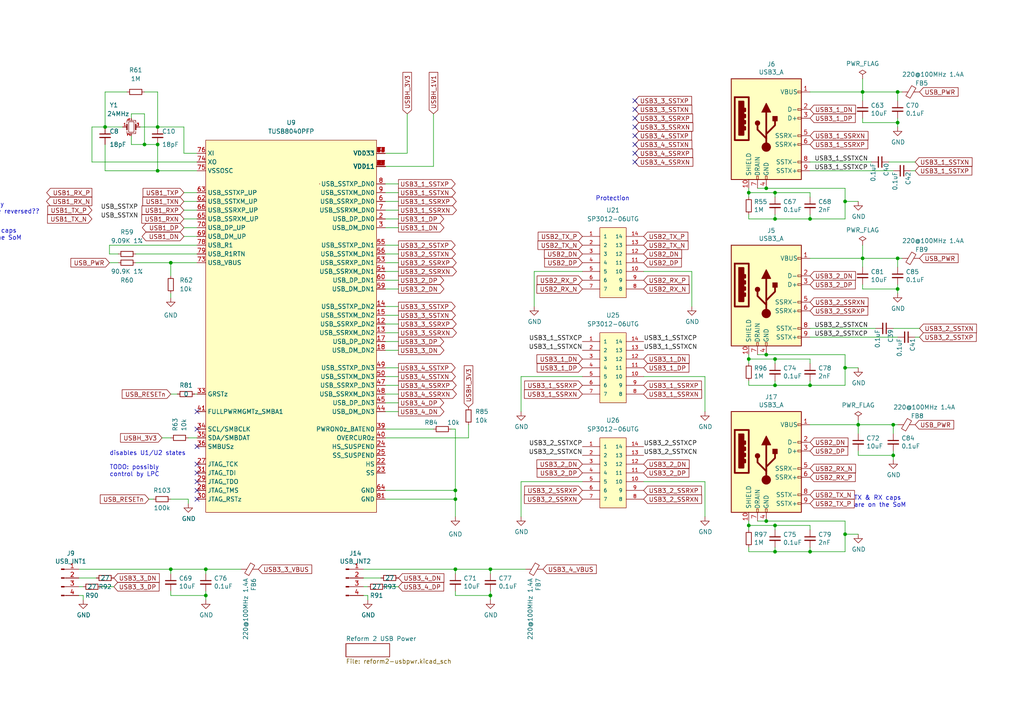
<source format=kicad_sch>
(kicad_sch (version 20211123) (generator eeschema)
  (paper "A4")
  (title_block (title "MNT Reform 2 USB") (date "2022-10-12") (rev "2.5D-1") (company "MNT Research GmbH") (comment 1 "https://mntre.com") (comment 2 "Engineer: Lukas F. Hartmann") (comment 3 "License: CERN-OHL-S 2.0"))
  (junction (at 132.08 142.24))
  (junction (at 245.11 58.42))
  (junction (at 110.49 -13.97))
  (junction (at 259.08 123.19))
  (junction (at 260.35 35.56))
  (junction (at 49.53 165.1))
  (junction (at 59.69 172.72))
  (junction (at 30.48 36.83))
  (junction (at 77.47 -54.61))
  (junction (at 72.39 -20.32))
  (junction (at 85.09 -54.61))
  (junction (at 224.79 55.88))
  (junction (at 234.95 63.5))
  (junction (at 107.95 -62.23))
  (junction (at 217.17 55.88))
  (junction (at 234.95 160.02))
  (junction (at 245.11 106.68))
  (junction (at 224.79 111.76))
  (junction (at 234.95 111.76))
  (junction (at 250.19 26.67))
  (junction (at 245.11 154.94))
  (junction (at 95.25 -20.32))
  (junction (at 260.35 74.93))
  (junction (at 222.25 54.61))
  (junction (at 92.71 -62.23))
  (junction (at 45.72 49.53))
  (junction (at 222.25 151.13))
  (junction (at 63.5 -20.32))
  (junction (at 87.63 -13.97))
  (junction (at 222.25 102.87))
  (junction (at 85.09 -62.23))
  (junction (at 87.63 -20.32))
  (junction (at 118.11 -13.97))
  (junction (at 118.11 -20.32))
  (junction (at 102.87 -20.32))
  (junction (at 132.08 165.1))
  (junction (at 45.72 36.83))
  (junction (at 224.79 104.14))
  (junction (at 142.24 165.1))
  (junction (at 48.26 -13.97))
  (junction (at 41.91 41.91))
  (junction (at 110.49 -20.32))
  (junction (at 217.17 104.14))
  (junction (at 125.73 -20.32))
  (junction (at 77.47 -62.23))
  (junction (at 100.33 -62.23))
  (junction (at 80.01 -20.32))
  (junction (at 92.71 -54.61))
  (junction (at 260.35 83.82))
  (junction (at 125.73 -13.97))
  (junction (at 49.53 76.2))
  (junction (at 142.24 172.72))
  (junction (at 59.69 165.1))
  (junction (at 250.19 74.93))
  (junction (at 48.26 -20.32))
  (junction (at 260.35 26.67))
  (junction (at 132.08 144.78))
  (junction (at 224.79 63.5))
  (junction (at 217.17 152.4))
  (junction (at 69.85 -62.23))
  (junction (at 248.92 123.19))
  (junction (at 63.5 -13.97))
  (junction (at 224.79 160.02))
  (junction (at 80.01 -13.97))
  (junction (at 95.25 -13.97))
  (junction (at 107.95 -54.61))
  (junction (at 102.87 -13.97))
  (junction (at 259.08 132.08))
  (junction (at 100.33 -54.61))
  (junction (at 224.79 152.4))
  (junction (at 45.72 41.91))
  (junction (at 55.88 -13.97))
  (junction (at 55.88 -20.32))
  (junction (at 72.39 -13.97))
  (junction (at 40.64 -20.32))
  (no_connect (at 184.15 31.75))
  (no_connect (at 184.15 46.99))
  (no_connect (at 184.15 41.91))
  (no_connect (at 57.15 139.7))
  (no_connect (at 57.15 124.46))
  (no_connect (at 57.15 129.54))
  (no_connect (at 57.15 142.24))
  (no_connect (at 57.15 137.16))
  (no_connect (at 184.15 36.83))
  (no_connect (at 184.15 29.21))
  (no_connect (at 184.15 44.45))
  (no_connect (at 57.15 134.62))
  (no_connect (at 57.15 144.78))
  (no_connect (at 184.15 39.37))
  (no_connect (at 184.15 34.29))
  (no_connect (at 57.15 119.38))
  (wire (pts (xy 260.35 29.21) (xy 260.35 26.67)))
  (wire (pts (xy 111.76 109.22) (xy 115.57 109.22)))
  (wire (pts (xy 30.48 36.83) (xy 30.48 26.67)))
  (wire (pts (xy 55.88 -20.32) (xy 55.88 -19.05)))
  (wire (pts (xy 111.76 66.04) (xy 115.57 66.04)))
  (wire (pts (xy 111.76 106.68) (xy 115.57 106.68)))
  (wire (pts (xy 59.69 166.37) (xy 59.69 165.1)))
  (wire (pts (xy 142.24 165.1) (xy 152.4 165.1)))
  (wire (pts (xy 110.49 -20.32) (xy 118.11 -20.32)))
  (wire (pts (xy 102.87 -13.97) (xy 95.25 -13.97)))
  (wire (pts (xy 111.76 73.66) (xy 115.57 73.66)))
  (wire (pts (xy 31.75 73.66) (xy 34.29 73.66)))
  (wire (pts (xy 69.85 -55.88) (xy 69.85 -54.61)))
  (wire (pts (xy 111.76 114.3) (xy 115.57 114.3)))
  (wire (pts (xy 53.34 44.45) (xy 57.15 44.45)))
  (wire (pts (xy 204.47 109.22) (xy 186.69 109.22)))
  (wire (pts (xy 250.19 71.12) (xy 250.19 74.93)))
  (wire (pts (xy 36.83 -73.66) (xy 40.64 -73.66)))
  (wire (pts (xy 49.53 80.01) (xy 49.53 76.2)))
  (wire (pts (xy 132.08 166.37) (xy 132.08 165.1)))
  (wire (pts (xy 53.34 63.5) (xy 57.15 63.5)))
  (wire (pts (xy 234.95 158.75) (xy 234.95 160.02)))
  (wire (pts (xy 154.94 78.74) (xy 168.91 78.74)))
  (wire (pts (xy 45.72 49.53) (xy 57.15 49.53)))
  (wire (pts (xy 250.19 26.67) (xy 250.19 22.86)))
  (wire (pts (xy 132.08 142.24) (xy 132.08 124.46)))
  (wire (pts (xy 111.76 91.44) (xy 115.57 91.44)))
  (wire (pts (xy 142.24 173.99) (xy 142.24 172.72)))
  (wire (pts (xy 111.76 99.06) (xy 115.57 99.06)))
  (wire (pts (xy 219.71 54.61) (xy 222.25 54.61)))
  (wire (pts (xy 41.91 26.67) (xy 45.72 26.67)))
  (wire (pts (xy 234.95 62.23) (xy 234.95 63.5)))
  (wire (pts (xy 48.26 -13.97) (xy 40.64 -13.97)))
  (wire (pts (xy 125.73 -20.32) (xy 125.73 -19.05)))
  (wire (pts (xy 245.11 102.87) (xy 245.11 106.68)))
  (wire (pts (xy 24.13 173.99) (xy 24.13 172.72)))
  (wire (pts (xy 107.95 -62.23) (xy 107.95 -60.96)))
  (wire (pts (xy 63.5 -20.32) (xy 63.5 -19.05)))
  (wire (pts (xy 217.17 55.88) (xy 217.17 54.61)))
  (wire (pts (xy 111.76 60.96) (xy 115.57 60.96)))
  (wire (pts (xy 24.13 172.72) (xy 22.86 172.72)))
  (wire (pts (xy 118.11 33.02) (xy 118.11 44.45)))
  (wire (pts (xy 55.88 -13.97) (xy 63.5 -13.97)))
  (wire (pts (xy 111.76 127) (xy 135.89 127)))
  (wire (pts (xy 40.64 -67.31) (xy 40.64 -62.23)))
  (wire (pts (xy 53.34 36.83) (xy 53.34 44.45)))
  (wire (pts (xy 38.1 41.91) (xy 41.91 41.91)))
  (wire (pts (xy 111.76 71.12) (xy 115.57 71.12)))
  (wire (pts (xy 38.1 33.02) (xy 41.91 33.02)))
  (wire (pts (xy 38.1 34.29) (xy 38.1 33.02)))
  (wire (pts (xy 111.76 55.88) (xy 115.57 55.88)))
  (wire (pts (xy 259.08 133.35) (xy 259.08 132.08)))
  (wire (pts (xy 111.76 93.98) (xy 115.57 93.98)))
  (wire (pts (xy 151.13 109.22) (xy 151.13 119.38)))
  (wire (pts (xy 26.67 36.83) (xy 30.48 36.83)))
  (wire (pts (xy 111.76 111.76) (xy 115.57 111.76)))
  (wire (pts (xy 217.17 158.75) (xy 217.17 160.02)))
  (wire (pts (xy 111.76 170.18) (xy 115.57 170.18)))
  (wire (pts (xy 259.08 125.73) (xy 259.08 123.19)))
  (wire (pts (xy 200.66 78.74) (xy 200.66 88.9)))
  (wire (pts (xy 234.95 110.49) (xy 234.95 111.76)))
  (wire (pts (xy 45.72 36.83) (xy 53.34 36.83)))
  (wire (pts (xy 41.91 41.91) (xy 45.72 41.91)))
  (wire (pts (xy 30.48 26.67) (xy 36.83 26.67)))
  (wire (pts (xy 45.72 26.67) (xy 45.72 36.83)))
  (wire (pts (xy 111.76 101.6) (xy 115.57 101.6)))
  (wire (pts (xy 142.24 166.37) (xy 142.24 165.1)))
  (wire (pts (xy 43.18 144.78) (xy 44.45 144.78)))
  (wire (pts (xy 234.95 111.76) (xy 245.11 111.76)))
  (wire (pts (xy 217.17 62.23) (xy 217.17 63.5)))
  (wire (pts (xy 217.17 151.13) (xy 217.17 152.4)))
  (wire (pts (xy 132.08 144.78) (xy 132.08 149.86)))
  (wire (pts (xy 31.75 76.2) (xy 34.29 76.2)))
  (wire (pts (xy 250.19 35.56) (xy 260.35 35.56)))
  (wire (pts (xy 85.09 -62.23) (xy 85.09 -60.96)))
  (wire (pts (xy 48.26 -20.32) (xy 55.88 -20.32)))
  (wire (pts (xy 132.08 144.78) (xy 111.76 144.78)))
  (wire (pts (xy 69.85 -62.23) (xy 69.85 -60.96)))
  (wire (pts (xy 55.88 -20.32) (xy 63.5 -20.32)))
  (wire (pts (xy 204.47 139.7) (xy 186.69 139.7)))
  (wire (pts (xy 260.35 123.19) (xy 259.08 123.19)))
  (wire (pts (xy 261.62 26.67) (xy 260.35 26.67)))
  (wire (pts (xy 69.85 -62.23) (xy 77.47 -62.23)))
  (wire (pts (xy 260.35 85.09) (xy 260.35 83.82)))
  (wire (pts (xy 30.48 36.83) (xy 35.56 36.83)))
  (wire (pts (xy 40.64 -73.66) (xy 40.64 -72.39)))
  (wire (pts (xy 234.95 63.5) (xy 245.11 63.5)))
  (wire (pts (xy 252.73 46.99) (xy 234.95 46.99)))
  (wire (pts (xy 26.67 46.99) (xy 57.15 46.99)))
  (wire (pts (xy 85.09 -55.88) (xy 85.09 -54.61)))
  (wire (pts (xy 250.19 83.82) (xy 260.35 83.82)))
  (wire (pts (xy 27.94 167.64) (xy 22.86 167.64)))
  (wire (pts (xy 245.11 58.42) (xy 245.11 54.61)))
  (wire (pts (xy 248.92 106.68) (xy 245.11 106.68)))
  (wire (pts (xy 100.33 -62.23) (xy 107.95 -62.23)))
  (wire (pts (xy 57.15 71.12) (xy 31.75 71.12)))
  (wire (pts (xy 39.37 76.2) (xy 49.53 76.2)))
  (wire (pts (xy 63.5 -20.32) (xy 72.39 -20.32)))
  (wire (pts (xy 217.17 152.4) (xy 224.79 152.4)))
  (wire (pts (xy 132.08 124.46) (xy 130.81 124.46)))
  (wire (pts (xy 72.39 -20.32) (xy 80.01 -20.32)))
  (wire (pts (xy 87.63 -20.32) (xy 95.25 -20.32)))
  (wire (pts (xy 111.76 58.42) (xy 115.57 58.42)))
  (wire (pts (xy 56.515 114.3) (xy 57.15 114.3)))
  (wire (pts (xy 266.7 95.25) (xy 259.08 95.25)))
  (wire (pts (xy 132.08 171.45) (xy 132.08 172.72)))
  (wire (pts (xy 77.47 -62.23) (xy 85.09 -62.23)))
  (wire (pts (xy 260.35 83.82) (xy 260.35 82.55)))
  (wire (pts (xy 260.35 35.56) (xy 260.35 34.29)))
  (wire (pts (xy 224.79 55.88) (xy 234.95 55.88)))
  (wire (pts (xy 77.47 -55.88) (xy 77.47 -54.61)))
  (wire (pts (xy 100.33 -62.23) (xy 100.33 -60.96)))
  (wire (pts (xy 219.71 102.87) (xy 222.25 102.87)))
  (wire (pts (xy 111.76 119.38) (xy 115.57 119.38)))
  (wire (pts (xy 125.73 -13.97) (xy 118.11 -13.97)))
  (wire (pts (xy 41.91 33.02) (xy 41.91 41.91)))
  (wire (pts (xy 85.09 -54.61) (xy 77.47 -54.61)))
  (wire (pts (xy 254 95.25) (xy 234.95 95.25)))
  (wire (pts (xy 224.79 55.88) (xy 224.79 57.15)))
  (wire (pts (xy 125.73 -10.16) (xy 125.73 -13.97)))
  (wire (pts (xy 125.73 48.26) (xy 125.73 33.02)))
  (wire (pts (xy 59.69 172.72) (xy 59.69 171.45)))
  (wire (pts (xy 142.24 172.72) (xy 142.24 171.45)))
  (wire (pts (xy 30.48 49.53) (xy 45.72 49.53)))
  (wire (pts (xy 219.71 151.13) (xy 222.25 151.13)))
  (wire (pts (xy 250.19 34.29) (xy 250.19 35.56)))
  (wire (pts (xy 111.76 124.46) (xy 125.73 124.46)))
  (wire (pts (xy 234.95 160.02) (xy 245.11 160.02)))
  (wire (pts (xy 63.5 -13.97) (xy 72.39 -13.97)))
  (wire (pts (xy 217.17 160.02) (xy 224.79 160.02)))
  (wire (pts (xy 53.34 60.96) (xy 57.15 60.96)))
  (wire (pts (xy 107.95 -54.61) (xy 100.33 -54.61)))
  (wire (pts (xy 204.47 139.7) (xy 204.47 149.86)))
  (wire (pts (xy 55.88 -13.97) (xy 48.26 -13.97)))
  (wire (pts (xy 111.76 78.74) (xy 115.57 78.74)))
  (wire (pts (xy 107.95 -50.8) (xy 107.95 -54.61)))
  (wire (pts (xy 248.92 125.73) (xy 248.92 123.19)))
  (wire (pts (xy 217.17 105.41) (xy 217.17 104.14)))
  (wire (pts (xy 245.11 58.42) (xy 248.92 58.42)))
  (wire (pts (xy 54.61 144.78) (xy 54.61 146.05)))
  (wire (pts (xy 111.76 142.24) (xy 132.08 142.24)))
  (wire (pts (xy 260.35 77.47) (xy 260.35 74.93)))
  (wire (pts (xy 224.79 110.49) (xy 224.79 111.76)))
  (wire (pts (xy 217.17 102.87) (xy 217.17 104.14)))
  (wire (pts (xy 39.37 73.66) (xy 57.15 73.66)))
  (wire (pts (xy 40.64 36.83) (xy 45.72 36.83)))
  (wire (pts (xy 110.49 -13.97) (xy 102.87 -13.97)))
  (wire (pts (xy 222.25 151.13) (xy 245.11 151.13)))
  (wire (pts (xy 259.08 49.53) (xy 234.95 49.53)))
  (wire (pts (xy 217.17 63.5) (xy 224.79 63.5)))
  (wire (pts (xy 224.79 63.5) (xy 234.95 63.5)))
  (wire (pts (xy 45.72 41.91) (xy 45.72 49.53)))
  (wire (pts (xy 111.76 48.26) (xy 125.73 48.26)))
  (wire (pts (xy 217.17 104.14) (xy 224.79 104.14)))
  (wire (pts (xy 260.35 36.83) (xy 260.35 35.56)))
  (wire (pts (xy 92.71 -55.88) (xy 92.71 -54.61)))
  (wire (pts (xy 265.43 97.79) (xy 266.7 97.79)))
  (wire (pts (xy 118.11 -20.32) (xy 118.11 -19.05)))
  (wire (pts (xy 54.61 127) (xy 57.15 127)))
  (wire (pts (xy 95.25 -20.32) (xy 102.87 -20.32)))
  (wire (pts (xy 53.34 55.88) (xy 57.15 55.88)))
  (wire (pts (xy 248.92 123.19) (xy 248.92 121.92)))
  (wire (pts (xy 48.26 -20.32) (xy 48.26 -19.05)))
  (wire (pts (xy 125.73 -20.32) (xy 132.08 -20.32)))
  (wire (pts (xy 250.19 82.55) (xy 250.19 83.82)))
  (wire (pts (xy 102.87 -20.32) (xy 110.49 -20.32)))
  (wire (pts (xy 260.35 26.67) (xy 250.19 26.67)))
  (wire (pts (xy 22.86 170.18) (xy 24.13 170.18)))
  (wire (pts (xy 265.43 46.99) (xy 257.81 46.99)))
  (wire (pts (xy 38.1 39.37) (xy 38.1 41.91)))
  (wire (pts (xy 107.95 -62.23) (xy 114.3 -62.23)))
  (wire (pts (xy 95.25 -13.97) (xy 87.63 -13.97)))
  (wire (pts (xy 245.11 151.13) (xy 245.11 154.94)))
  (wire (pts (xy 49.53 76.2) (xy 57.15 76.2)))
  (wire (pts (xy 248.92 154.94) (xy 245.11 154.94)))
  (wire (pts (xy 40.64 -36.83) (xy 40.64 -34.29)))
  (wire (pts (xy 151.13 139.7) (xy 151.13 149.86)))
  (wire (pts (xy 224.79 62.23) (xy 224.79 63.5)))
  (wire (pts (xy 224.79 104.14) (xy 234.95 104.14)))
  (wire (pts (xy 224.79 152.4) (xy 234.95 152.4)))
  (wire (pts (xy 135.89 127) (xy 135.89 123.19)))
  (wire (pts (xy 22.86 165.1) (xy 49.53 165.1)))
  (wire (pts (xy 224.79 111.76) (xy 234.95 111.76)))
  (wire (pts (xy 100.33 -55.88) (xy 100.33 -54.61)))
  (wire (pts (xy 29.21 170.18) (xy 33.02 170.18)))
  (wire (pts (xy 264.16 49.53) (xy 265.43 49.53)))
  (wire (pts (xy 106.68 170.18) (xy 105.41 170.18)))
  (wire (pts (xy 224.79 104.14) (xy 224.79 105.41)))
  (wire (pts (xy 245.11 154.94) (xy 245.11 160.02)))
  (wire (pts (xy 49.53 172.72) (xy 59.69 172.72)))
  (wire (pts (xy 217.17 57.15) (xy 217.17 55.88)))
  (wire (pts (xy 59.69 173.99) (xy 59.69 172.72)))
  (wire (pts (xy 245.11 63.5) (xy 245.11 58.42)))
  (wire (pts (xy 87.63 -20.32) (xy 87.63 -19.05)))
  (wire (pts (xy 92.71 -62.23) (xy 100.33 -62.23)))
  (wire (pts (xy 260.35 74.93) (xy 250.19 74.93)))
  (wire (pts (xy 72.39 -13.97) (xy 80.01 -13.97)))
  (wire (pts (xy 222.25 102.87) (xy 245.11 102.87)))
  (wire (pts (xy 151.13 139.7) (xy 168.91 139.7)))
  (wire (pts (xy 26.67 36.83) (xy 26.67 46.99)))
  (wire (pts (xy 111.76 63.5) (xy 115.57 63.5)))
  (wire (pts (xy 111.76 53.34) (xy 115.57 53.34)))
  (wire (pts (xy 49.53 171.45) (xy 49.53 172.72)))
  (wire (pts (xy 111.76 116.84) (xy 115.57 116.84)))
  (wire (pts (xy 49.53 144.78) (xy 54.61 144.78)))
  (wire (pts (xy 87.63 -13.97) (xy 80.01 -13.97)))
  (wire (pts (xy 118.11 -13.97) (xy 110.49 -13.97)))
  (wire (pts (xy 250.19 74.93) (xy 234.95 74.93)))
  (wire (pts (xy 132.08 172.72) (xy 142.24 172.72)))
  (wire (pts (xy 49.53 114.3) (xy 51.435 114.3)))
  (wire (pts (xy 110.49 167.64) (xy 105.41 167.64)))
  (wire (pts (xy 106.68 172.72) (xy 105.41 172.72)))
  (wire (pts (xy 102.87 -20.32) (xy 102.87 -19.05)))
  (wire (pts (xy 234.95 104.14) (xy 234.95 105.41)))
  (wire (pts (xy 31.75 71.12) (xy 31.75 73.66)))
  (wire (pts (xy 245.11 106.68) (xy 245.11 111.76)))
  (wire (pts (xy 234.95 55.88) (xy 234.95 57.15)))
  (wire (pts (xy 40.64 -20.32) (xy 40.64 -19.05)))
  (wire (pts (xy 30.48 41.91) (xy 30.48 49.53)))
  (wire (pts (xy 217.17 110.49) (xy 217.17 111.76)))
  (wire (pts (xy 224.79 152.4) (xy 224.79 153.67)))
  (wire (pts (xy 222.25 54.61) (xy 245.11 54.61)))
  (wire (pts (xy 49.53 166.37) (xy 49.53 165.1)))
  (wire (pts (xy 111.76 88.9) (xy 115.57 88.9)))
  (wire (pts (xy 53.34 68.58) (xy 57.15 68.58)))
  (wire (pts (xy 142.24 165.1) (xy 132.08 165.1)))
  (wire (pts (xy 224.79 158.75) (xy 224.79 160.02)))
  (wire (pts (xy 234.95 152.4) (xy 234.95 153.67)))
  (wire (pts (xy 77.47 -54.61) (xy 69.85 -54.61)))
  (wire (pts (xy 111.76 96.52) (xy 115.57 96.52)))
  (wire (pts (xy 217.17 55.88) (xy 224.79 55.88)))
  (wire (pts (xy 259.08 132.08) (xy 259.08 130.81)))
  (wire (pts (xy 106.68 173.99) (xy 106.68 172.72)))
  (wire (pts (xy 200.66 78.74) (xy 186.69 78.74)))
  (wire (pts (xy 250.19 77.47) (xy 250.19 74.93)))
  (wire (pts (xy 77.47 -62.23) (xy 77.47 -60.96)))
  (wire (pts (xy 49.53 85.09) (xy 49.53 86.36)))
  (wire (pts (xy 105.41 165.1) (xy 132.08 165.1)))
  (wire (pts (xy 118.11 -20.32) (xy 125.73 -20.32)))
  (wire (pts (xy 111.76 83.82) (xy 115.57 83.82)))
  (wire (pts (xy 248.92 130.81) (xy 248.92 132.08)))
  (wire (pts (xy 250.19 29.21) (xy 250.19 26.67)))
  (wire (pts (xy 53.34 66.04) (xy 57.15 66.04)))
  (wire (pts (xy 92.71 -62.23) (xy 92.71 -60.96)))
  (wire (pts (xy 85.09 -62.23) (xy 92.71 -62.23)))
  (wire (pts (xy 248.92 132.08) (xy 259.08 132.08)))
  (wire (pts (xy 95.25 -20.32) (xy 95.25 -19.05)))
  (wire (pts (xy 118.11 44.45) (xy 111.76 44.45)))
  (wire (pts (xy 260.35 97.79) (xy 234.95 97.79)))
  (wire (pts (xy 224.79 160.02) (xy 234.95 160.02)))
  (wire (pts (xy 59.69 165.1) (xy 49.53 165.1)))
  (wire (pts (xy 53.34 58.42) (xy 57.15 58.42)))
  (wire (pts (xy 132.08 142.24) (xy 132.08 144.78)))
  (wire (pts (xy 250.19 26.67) (xy 234.95 26.67)))
  (wire (pts (xy 92.71 -54.61) (xy 85.09 -54.61)))
  (wire (pts (xy 217.17 111.76) (xy 224.79 111.76)))
  (wire (pts (xy 259.08 123.19) (xy 248.92 123.19)))
  (wire (pts (xy 59.69 165.1) (xy 69.85 165.1)))
  (wire (pts (xy 217.17 153.67) (xy 217.17 152.4)))
  (wire (pts (xy 72.39 -20.32) (xy 72.39 -19.05)))
  (wire (pts (xy 261.62 74.93) (xy 260.35 74.93)))
  (wire (pts (xy 46.99 127) (xy 49.53 127)))
  (wire (pts (xy 40.64 -20.32) (xy 48.26 -20.32)))
  (wire (pts (xy 107.95 -55.88) (xy 107.95 -54.61)))
  (wire (pts (xy 154.94 78.74) (xy 154.94 88.9)))
  (wire (pts (xy 234.95 123.19) (xy 248.92 123.19)))
  (wire (pts (xy 80.01 -20.32) (xy 80.01 -19.05)))
  (wire (pts (xy 40.64 -29.21) (xy 40.64 -20.32)))
  (wire (pts (xy 111.76 81.28) (xy 115.57 81.28)))
  (wire (pts (xy 204.47 109.22) (xy 204.47 119.38)))
  (wire (pts (xy 111.76 76.2) (xy 115.57 76.2)))
  (wire (pts (xy 100.33 -54.61) (xy 92.71 -54.61)))
  (wire (pts (xy 40.64 -62.23) (xy 69.85 -62.23)))
  (wire (pts (xy 151.13 109.22) (xy 168.91 109.22)))
  (wire (pts (xy 110.49 -20.32) (xy 110.49 -19.05)))
  (wire (pts (xy 80.01 -20.32) (xy 87.63 -20.32)))
  (text "USB Hub" (at 68.58 -90.17 0) (effects (font (size 2.54 2.54)) (justify left bottom)))
  (text "Up to 780mA load!" (at 31.75 -44.45 0) (effects (font (size 1.27 1.27)) (justify left bottom)))
  (text "TODO: does it tolerate 1.2V?\n(vs 1V1)" (at 46.99 -29.21 0) (effects (font (size 1.27 1.27)) (justify left bottom)))
  (text "TX & RX caps\nare on the SoM" (at 247.65 147.32 0) (effects (font (size 1.27 1.27)) (justify left bottom)))
  (text "disables U1/U2 states\n\nTODO: possibly\ncontrol by LPC" (at 31.75 138.43 0) (effects (font (size 1.27 1.27)) (justify left bottom)))
  (text "TX & RX caps\nare on the SoM" (at -8.89 69.85 0) (effects (font (size 1.27 1.27)) (justify left bottom)))
  (text "TODO: why\nare these reversed??" (at -8.89 62.23 0) (effects (font (size 1.27 1.27)) (justify left bottom)))
  (text "Protection" (at 172.72 58.42 0) (effects (font (size 1.27 1.27)) (justify left bottom)))
  (label "USB_SSTXP" (at 29.21 60.96 0))
  (label "USB3_1_SSTXCP" (at 168.91 99.06 180))
  (label "USB3_1_SSTXCP" (at 236.22 49.53 0))
  (label "USB3_1_SSTXCP" (at 186.69 99.06 0))
  (label "USB3_1_SSTXCN" (at 236.22 46.99 0))
  (label "USB3_1_SSTXCN" (at 186.69 101.6 0))
  (label "USB3_1_SSTXCN" (at 168.91 101.6 180))
  (label "USB3_2_SSTXCN" (at 168.91 132.08 180))
  (label "USB_SSTXN" (at 29.21 63.5 0))
  (label "USB3_2_SSTXCN" (at 186.69 132.08 0))
  (label "USB3_2_SSTXCP" (at 236.22 97.79 0))
  (label "USB3_2_SSTXCP" (at 168.91 129.54 180))
  (label "USB3_2_SSTXCP" (at 186.69 129.54 0))
  (label "USB3_2_SSTXCN" (at 236.22 95.25 0))
  (global_label "USB3_1_DP" (shape input) (at 234.95 34.29 0) (property "Intersheet References" "${INTERSHEET_REFS}" (effects hide)))
  (global_label "USB3_3_DP" (shape input) (at 33.02 170.18 0) (property "Intersheet References" "${INTERSHEET_REFS}" (effects hide)))
  (global_label "USB1_RXN" (shape input) (at 53.34 63.5 180) (property "Intersheet References" "${INTERSHEET_REFS}" (effects hide)))
  (global_label "USB3_3_SSTXP" (shape output) (at 115.57 88.9 0) (property "Intersheet References" "${INTERSHEET_REFS}" (effects hide)))
  (global_label "USB3_2_SSTXN" (shape output) (at 115.57 73.66 0) (property "Intersheet References" "${INTERSHEET_REFS}" (effects hide)))
  (global_label "USB3_2_DP" (shape input) (at 186.69 137.16 0) (property "Intersheet References" "${INTERSHEET_REFS}" (effects hide)))
  (global_label "USB3_4_SSTXN" (shape output) (at 115.57 109.22 0) (property "Intersheet References" "${INTERSHEET_REFS}" (effects hide)))
  (global_label "USB3_2_SSRXN" (shape input) (at 186.69 144.78 0) (property "Intersheet References" "${INTERSHEET_REFS}" (effects hide)))
  (global_label "USB3_2_SSRXN" (shape input) (at 168.91 144.78 180) (property "Intersheet References" "${INTERSHEET_REFS}" (effects hide)))
  (global_label "USB3_1_SSRXN" (shape output) (at 115.57 60.96 0) (property "Intersheet References" "${INTERSHEET_REFS}" (effects hide)))
  (global_label "USB2_TX_P" (shape input) (at 234.95 146.05 0) (property "Intersheet References" "${INTERSHEET_REFS}" (effects hide)))
  (global_label "USB1_TX_P" (shape input) (at 26.67 60.96 180) (property "Intersheet References" "${INTERSHEET_REFS}" (effects hide)))
  (global_label "USB2_TX_P" (shape input) (at 186.69 68.58 0) (property "Intersheet References" "${INTERSHEET_REFS}" (effects hide)))
  (global_label "USB3_3_SSRXN" (shape output) (at 115.57 96.52 0) (property "Intersheet References" "${INTERSHEET_REFS}" (effects hide)))
  (global_label "USBH_3V3" (shape input) (at 46.99 127 180) (property "Intersheet References" "${INTERSHEET_REFS}" (effects hide)))
  (global_label "USB3_1_DN" (shape input) (at 186.69 104.14 0) (property "Intersheet References" "${INTERSHEET_REFS}" (effects hide)))
  (global_label "USB3_2_SSRXP" (shape input) (at 234.95 90.17 0) (property "Intersheet References" "${INTERSHEET_REFS}" (effects hide)))
  (global_label "USB2_TX_N" (shape input) (at 168.91 71.12 180) (property "Intersheet References" "${INTERSHEET_REFS}" (effects hide)))
  (global_label "USB3_1_DP" (shape input) (at 186.69 106.68 0) (property "Intersheet References" "${INTERSHEET_REFS}" (effects hide)))
  (global_label "USB3_2_DN" (shape output) (at 115.57 83.82 0) (property "Intersheet References" "${INTERSHEET_REFS}" (effects hide)))
  (global_label "USB3_2_SSRXP" (shape input) (at 168.91 142.24 180) (property "Intersheet References" "${INTERSHEET_REFS}" (effects hide)))
  (global_label "USB3_1_SSTXP" (shape output) (at 115.57 53.34 0) (property "Intersheet References" "${INTERSHEET_REFS}" (effects hide)))
  (global_label "USB3_2_SSTXN" (shape input) (at 266.7 95.25 0) (property "Intersheet References" "${INTERSHEET_REFS}" (effects hide)))
  (global_label "USB1_RX_P" (shape output) (at 26.67 55.88 180) (property "Intersheet References" "${INTERSHEET_REFS}" (effects hide)))
  (global_label "USB3_2_SSRXP" (shape input) (at 186.69 142.24 0) (property "Intersheet References" "${INTERSHEET_REFS}" (effects hide)))
  (global_label "USB2_DN" (shape input) (at 234.95 128.27 0) (property "Intersheet References" "${INTERSHEET_REFS}" (effects hide)))
  (global_label "USB3_3_VBUS" (shape input) (at 74.93 165.1 0) (property "Intersheet References" "${INTERSHEET_REFS}" (effects hide)))
  (global_label "USB_RESETn" (shape input) (at 43.18 144.78 180) (property "Intersheet References" "${INTERSHEET_REFS}" (effects hide)))
  (global_label "USBH_3V3" (shape input) (at 135.89 118.11 90) (property "Intersheet References" "${INTERSHEET_REFS}" (effects hide)))
  (global_label "USB3_1_DN" (shape input) (at 168.91 104.14 180) (property "Intersheet References" "${INTERSHEET_REFS}" (effects hide)))
  (global_label "USB2_RX_N" (shape input) (at 168.91 83.82 180) (property "Intersheet References" "${INTERSHEET_REFS}" (effects hide)))
  (global_label "USB_PWR" (shape input) (at 266.7 26.67 0) (property "Intersheet References" "${INTERSHEET_REFS}" (effects hide)))
  (global_label "USB2_RX_P" (shape input) (at 168.91 81.28 180) (property "Intersheet References" "${INTERSHEET_REFS}" (effects hide)))
  (global_label "USB2_DP" (shape input) (at 168.91 76.2 180) (property "Intersheet References" "${INTERSHEET_REFS}" (effects hide)))
  (global_label "USB3_1_SSTXN" (shape input) (at 265.43 46.99 0) (property "Intersheet References" "${INTERSHEET_REFS}" (effects hide)))
  (global_label "USB3_2_DP" (shape input) (at 168.91 137.16 180) (property "Intersheet References" "${INTERSHEET_REFS}" (effects hide)))
  (global_label "USB2_TX_N" (shape input) (at 234.95 143.51 0) (property "Intersheet References" "${INTERSHEET_REFS}" (effects hide)))
  (global_label "USB3_3_SSTXN" (shape output) (at 115.57 91.44 0) (property "Intersheet References" "${INTERSHEET_REFS}" (effects hide)))
  (global_label "USB3_3_SSRXN" (shape input) (at 184.15 36.83 0) (property "Intersheet References" "${INTERSHEET_REFS}" (effects hide)))
  (global_label "USB3_1_SSRXN" (shape input) (at 168.91 114.3 180) (property "Intersheet References" "${INTERSHEET_REFS}" (effects hide)))
  (global_label "USB1_DP" (shape bidirectional) (at 53.34 66.04 180) (property "Intersheet References" "${INTERSHEET_REFS}" (effects hide)))
  (global_label "USB_RESETn" (shape input) (at 49.53 114.3 180) (property "Intersheet References" "${INTERSHEET_REFS}" (effects hide)))
  (global_label "USB3_4_VBUS" (shape input) (at 157.48 165.1 0) (property "Intersheet References" "${INTERSHEET_REFS}" (effects hide)))
  (global_label "USB3_4_SSTXN" (shape input) (at 184.15 41.91 0) (property "Intersheet References" "${INTERSHEET_REFS}" (effects hide)))
  (global_label "USB3_2_SSTXP" (shape input) (at 266.7 97.79 0) (property "Intersheet References" "${INTERSHEET_REFS}" (effects hide)))
  (global_label "USB2_DN" (shape input) (at 186.69 73.66 0) (property "Intersheet References" "${INTERSHEET_REFS}" (effects hide)))
  (global_label "USB3_2_SSRXP" (shape output) (at 115.57 76.2 0) (property "Intersheet References" "${INTERSHEET_REFS}" (effects hide)))
  (global_label "USB2_RX_P" (shape input) (at 186.69 81.28 0) (property "Intersheet References" "${INTERSHEET_REFS}" (effects hide)))
  (global_label "USBH_1V1" (shape input) (at 125.73 33.02 90) (property "Intersheet References" "${INTERSHEET_REFS}" (effects hide)))
  (global_label "USB3_1_DN" (shape input) (at 234.95 31.75 0) (property "Intersheet References" "${INTERSHEET_REFS}" (effects hide)))
  (global_label "USB2_DN" (shape input) (at 168.91 73.66 180) (property "Intersheet References" "${INTERSHEET_REFS}" (effects hide)))
  (global_label "USB3_1_DN" (shape output) (at 115.57 66.04 0) (property "Intersheet References" "${INTERSHEET_REFS}" (effects hide)))
  (global_label "USB3_2_DN" (shape input) (at 186.69 134.62 0) (property "Intersheet References" "${INTERSHEET_REFS}" (effects hide)))
  (global_label "USB3_4_SSTXP" (shape output) (at 115.57 106.68 0) (property "Intersheet References" "${INTERSHEET_REFS}" (effects hide)))
  (global_label "USB1_RXP" (shape input) (at 53.34 60.96 180) (property "Intersheet References" "${INTERSHEET_REFS}" (effects hide)))
  (global_label "USB3_4_SSRXN" (shape input) (at 184.15 46.99 0) (property "Intersheet References" "${INTERSHEET_REFS}" (effects hide)))
  (global_label "USB2_TX_P" (shape input) (at 168.91 68.58 180) (property "Intersheet References" "${INTERSHEET_REFS}" (effects hide)))
  (global_label "USBH_3V3" (shape input) (at 118.11 33.02 90) (property "Intersheet References" "${INTERSHEET_REFS}" (effects hide)))
  (global_label "USB3_4_SSTXP" (shape input) (at 184.15 39.37 0) (property "Intersheet References" "${INTERSHEET_REFS}" (effects hide)))
  (global_label "USB2_RX_N" (shape input) (at 234.95 135.89 0) (property "Intersheet References" "${INTERSHEET_REFS}" (effects hide)))
  (global_label "USB3_4_DN" (shape input) (at 115.57 167.64 0) (property "Intersheet References" "${INTERSHEET_REFS}" (effects hide)))
  (global_label "USB1_TXN" (shape input) (at 53.34 58.42 180) (property "Intersheet References" "${INTERSHEET_REFS}" (effects hide)))
  (global_label "USB3_1_SSRXP" (shape output) (at 115.57 58.42 0) (property "Intersheet References" "${INTERSHEET_REFS}" (effects hide)))
  (global_label "USB_PWR" (shape input) (at 265.43 123.19 0) (property "Intersheet References" "${INTERSHEET_REFS}" (effects hide)))
  (global_label "USB1_TXP" (shape input) (at 53.34 55.88 180) (property "Intersheet References" "${INTERSHEET_REFS}" (effects hide)))
  (global_label "USB3_1_SSTXN" (shape output) (at 115.57 55.88 0) (property "Intersheet References" "${INTERSHEET_REFS}" (effects hide)))
  (global_label "USB3_2_SSRXN" (shape output) (at 115.57 78.74 0) (property "Intersheet References" "${INTERSHEET_REFS}" (effects hide)))
  (global_label "USB2_TX_N" (shape input) (at 186.69 71.12 0) (property "Intersheet References" "${INTERSHEET_REFS}" (effects hide)))
  (global_label "USB3_1_SSRXP" (shape input) (at 186.69 111.76 0) (property "Intersheet References" "${INTERSHEET_REFS}" (effects hide)))
  (global_label "USB3_2_DN" (shape input) (at 168.91 134.62 180) (property "Intersheet References" "${INTERSHEET_REFS}" (effects hide)))
  (global_label "USB1_DN" (shape bidirectional) (at 53.34 68.58 180) (property "Intersheet References" "${INTERSHEET_REFS}" (effects hide)))
  (global_label "USB3_1_SSRXP" (shape input) (at 168.91 111.76 180) (property "Intersheet References" "${INTERSHEET_REFS}" (effects hide)))
  (global_label "USB2_RX_P" (shape input) (at 234.95 138.43 0) (property "Intersheet References" "${INTERSHEET_REFS}" (effects hide)))
  (global_label "USB_PWR" (shape input) (at 266.7 74.93 0) (property "Intersheet References" "${INTERSHEET_REFS}" (effects hide)))
  (global_label "USB2_RX_N" (shape input) (at 186.69 83.82 0) (property "Intersheet References" "${INTERSHEET_REFS}" (effects hide)))
  (global_label "USB3_3_DN" (shape input) (at 33.02 167.64 0) (property "Intersheet References" "${INTERSHEET_REFS}" (effects hide)))
  (global_label "3V3_PWR_AUX" (shape input) (at 36.83 -73.66 180) (property "Intersheet References" "${INTERSHEET_REFS}" (effects hide)))
  (global_label "USB3_3_SSRXP" (shape input) (at 184.15 34.29 0) (property "Intersheet References" "${INTERSHEET_REFS}" (effects hide)))
  (global_label "USBH_1V1" (shape input) (at 132.08 -20.32 0) (property "Intersheet References" "${INTERSHEET_REFS}" (effects hide)))
  (global_label "USB3_1_SSTXP" (shape input) (at 265.43 49.53 0) (property "Intersheet References" "${INTERSHEET_REFS}" (effects hide)))
  (global_label "USB3_4_SSRXN" (shape output) (at 115.57 114.3 0) (property "Intersheet References" "${INTERSHEET_REFS}" (effects hide)))
  (global_label "USB3_2_SSTXP" (shape output) (at 115.57 71.12 0) (property "Intersheet References" "${INTERSHEET_REFS}" (effects hide)))
  (global_label "USB3_4_SSRXP" (shape output) (at 115.57 111.76 0) (property "Intersheet References" "${INTERSHEET_REFS}" (effects hide)))
  (global_label "USB3_3_SSTXP" (shape input) (at 184.15 29.21 0) (property "Intersheet References" "${INTERSHEET_REFS}" (effects hide)))
  (global_label "USB3_4_DP" (shape input) (at 115.57 170.18 0) (property "Intersheet References" "${INTERSHEET_REFS}" (effects hide)))
  (global_label "USB3_4_DN" (shape output) (at 115.57 119.38 0) (property "Intersheet References" "${INTERSHEET_REFS}" (effects hide)))
  (global_label "USB3_4_SSRXP" (shape input) (at 184.15 44.45 0) (property "Intersheet References" "${INTERSHEET_REFS}" (effects hide)))
  (global_label "USB3_2_SSRXN" (shape input) (at 234.95 87.63 0) (property "Intersheet References" "${INTERSHEET_REFS}" (effects hide)))
  (global_label "USB2_DP" (shape input) (at 234.95 130.81 0) (property "Intersheet References" "${INTERSHEET_REFS}" (effects hide)))
  (global_label "USBH_3V3" (shape input) (at 114.3 -62.23 0) (property "Intersheet References" "${INTERSHEET_REFS}" (effects hide)))
  (global_label "USB3_1_DP" (shape output) (at 115.57 63.5 0) (property "Intersheet References" "${INTERSHEET_REFS}" (effects hide)))
  (global_label "USB3_2_DN" (shape input) (at 234.95 80.01 0) (property "Intersheet References" "${INTERSHEET_REFS}" (effects hide)))
  (global_label "USB_PWR" (shape input) (at 31.75 76.2 180) (property "Intersheet References" "${INTERSHEET_REFS}" (effects hide)))
  (global_label "USB3_1_SSRXN" (shape input) (at 234.95 39.37 0) (property "Intersheet References" "${INTERSHEET_REFS}" (effects hide)))
  (global_label "USB3_1_SSRXP" (shape input) (at 234.95 41.91 0) (property "Intersheet References" "${INTERSHEET_REFS}" (effects hide)))
  (global_label "USB3_1_SSRXN" (shape input) (at 186.69 114.3 0) (property "Intersheet References" "${INTERSHEET_REFS}" (effects hide)))
  (global_label "USB2_DP" (shape input) (at 186.69 76.2 0) (property "Intersheet References" "${INTERSHEET_REFS}" (effects hide)))
  (global_label "USB3_4_DP" (shape output) (at 115.57 116.84 0) (property "Intersheet References" "${INTERSHEET_REFS}" (effects hide)))
  (global_label "USB3_2_DP" (shape input) (at 234.95 82.55 0) (property "Intersheet References" "${INTERSHEET_REFS}" (effects hide)))
  (global_label "USB3_3_SSTXN" (shape input) (at 184.15 31.75 0) (property "Intersheet References" "${INTERSHEET_REFS}" (effects hide)))
  (global_label "USB3_3_DP" (shape output) (at 115.57 99.06 0) (property "Intersheet References" "${INTERSHEET_REFS}" (effects hide)))
  (global_label "USB3_3_DN" (shape output) (at 115.57 101.6 0) (property "Intersheet References" "${INTERSHEET_REFS}" (effects hide)))
  (global_label "USB3_2_DP" (shape output) (at 115.57 81.28 0) (property "Intersheet References" "${INTERSHEET_REFS}" (effects hide)))
  (global_label "USB3_3_SSRXP" (shape output) (at 115.57 93.98 0) (property "Intersheet References" "${INTERSHEET_REFS}" (effects hide)))
  (global_label "USB1_RX_N" (shape output) (at 26.67 58.42 180) (property "Intersheet References" "${INTERSHEET_REFS}" (effects hide)))
  (global_label "USB1_TX_N" (shape input) (at 26.67 63.5 180) (property "Intersheet References" "${INTERSHEET_REFS}" (effects hide)))
  (global_label "USB3_1_DP" (shape input) (at 168.91 106.68 180) (property "Intersheet References" "${INTERSHEET_REFS}" (effects hide)))
  (symbol (lib_id "Device:R_Small") (at 46.99 144.78 270) (unit 1)
    (property "Reference" "R103" (at 46.99 142.24 90))
    (property "Value" "100k" (at 46.99 147.32 90))
    (property "Footprint" "Resistor_SMD:R_0603_1608Metric" (effects hide))
    (property "Manufacturer" "Vishay Dale" (effects hide))
    (property "Manufacturer_No" "CRCW0603100KJNEAC" (effects hide))
    (property "Distributor" "Mouser" (effects hide))
    (property "Checked" "y" (effects hide))
  )
  (symbol (lib_id "power:GND") (at 24.13 173.99 0) (unit 1)
    (property "Reference" "#PWR0195" (effects hide))
    (property "Value" "GND" (at 24.257 178.3842 0))
  )
  (symbol (lib_id "power:GND") (at 106.68 173.99 0) (unit 1)
    (property "Reference" "#PWR0196" (effects hide))
    (property "Value" "GND" (at 106.807 178.3842 0))
  )
  (symbol (lib_id "Device:R_Small") (at 26.67 170.18 270) (unit 1)
    (property "Reference" "R90" (at 26.67 172.72 90))
    (property "Value" "27" (at 26.67 170.18 90))
    (property "Footprint" "Resistor_SMD:R_0603_1608Metric" (effects hide))
    (property "Manufacturer" "Yageo" (effects hide))
    (property "Manufacturer_No" "RC0603FR-0727RL" (effects hide))
    (property "Checked" "y" (effects hide))
    (property "Distributor" "Mouser" (effects hide))
  )
  (symbol (lib_id "Device:R_Small") (at 30.48 167.64 270) (unit 1)
    (property "Reference" "R92" (at 30.48 170.18 90))
    (property "Value" "27" (at 30.48 167.64 90))
    (property "Footprint" "Resistor_SMD:R_0603_1608Metric" (effects hide))
    (property "Manufacturer" "Yageo" (effects hide))
    (property "Manufacturer_No" "RC0603FR-0727RL" (effects hide))
    (property "Checked" "y" (effects hide))
    (property "Distributor" "Mouser" (effects hide))
  )
  (symbol (lib_id "Device:R_Small") (at 109.22 170.18 270) (unit 1)
    (property "Reference" "R91" (at 109.22 172.72 90))
    (property "Value" "27" (at 109.22 170.18 90))
    (property "Footprint" "Resistor_SMD:R_0603_1608Metric" (effects hide))
    (property "Manufacturer" "Yageo" (effects hide))
    (property "Manufacturer_No" "RC0603FR-0727RL" (effects hide))
    (property "Checked" "y" (effects hide))
    (property "Distributor" "Mouser" (effects hide))
  )
  (symbol (lib_id "Device:R_Small") (at 113.03 167.64 270) (unit 1)
    (property "Reference" "R93" (at 113.03 170.18 90))
    (property "Value" "27" (at 113.03 167.64 90))
    (property "Footprint" "Resistor_SMD:R_0603_1608Metric" (effects hide))
    (property "Manufacturer" "Yageo" (effects hide))
    (property "Manufacturer_No" "RC0603FR-0727RL" (effects hide))
    (property "Checked" "y" (effects hide))
    (property "Distributor" "Mouser" (effects hide))
  )
  (symbol (lib_id "reform2-motherboard-rescue:USB3_A-Connector") (at 222.25 36.83 0) (unit 1)
    (property "Reference" "J6" (at 223.6978 18.6182 0))
    (property "Value" "USB3_A" (at 223.6978 20.9296 0))
    (property "Footprint" "footprints:692121030100" (effects hide))
    (property "Manufacturer" "Wurth" (effects hide))
    (property "Manufacturer_No" "692121030100" (effects hide))
    (property "Checked" "y" (effects hide))
    (property "Distributor" "Mouser" (effects hide))
  )
  (symbol (lib_id "reform2-motherboard-rescue:USB3_A-Connector") (at 222.25 133.35 0) (unit 1)
    (property "Reference" "J17" (at 223.6978 115.1382 0))
    (property "Value" "USB3_A" (at 223.6978 117.4496 0))
    (property "Footprint" "footprints:692121030100" (effects hide))
    (property "Manufacturer" "Wurth" (effects hide))
    (property "Manufacturer_No" "692121030100" (effects hide))
    (property "Checked" "y" (effects hide))
    (property "Distributor" "Mouser" (effects hide))
  )
  (symbol (lib_id "Device:R_Small") (at 217.17 59.69 0) (unit 1)
    (property "Reference" "R55" (at 218.6686 58.5216 0) (effects (justify left)))
    (property "Value" "1M" (at 218.6686 60.833 0) (effects (justify left)))
    (property "Footprint" "Resistor_SMD:R_0603_1608Metric" (effects hide))
    (property "Manufacturer" "Yageo" (effects hide))
    (property "Manufacturer_No" "RC0603FR-071ML" (effects hide))
    (property "Distributor" "Mouser" (effects hide))
    (property "Checked" "y" (effects hide))
  )
  (symbol (lib_id "power:GND") (at 248.92 58.42 0) (unit 1)
    (property "Reference" "#PWR024" (effects hide))
    (property "Value" "GND" (at 249.047 62.8142 0))
  )
  (symbol (lib_id "reform2-motherboard-rescue:C_Small-reform-motherboard-rescue") (at 255.27 46.99 270) (unit 1)
    (property "Reference" "C40" (at 257.048 47.244 0) (effects (justify left)))
    (property "Value" "0.1uF" (at 253.238 47.244 0) (effects (justify left)))
    (property "Footprint" "Capacitor_SMD:C_0603_1608Metric" (effects hide))
    (property "Manufacturer" "Yageo" (effects hide))
    (property "Manufacturer_No" "CC0603JPX7R9BB104" (effects hide))
    (property "Checked" "y" (effects hide))
    (property "Distributor" "Mouser" (effects hide))
  )
  (symbol (lib_id "reform2-motherboard-rescue:C_Small-reform-motherboard-rescue") (at 261.62 49.53 270) (unit 1)
    (property "Reference" "C42" (at 263.398 49.784 0) (effects (justify left)))
    (property "Value" "0.1uF" (at 259.588 49.784 0) (effects (justify left)))
    (property "Footprint" "Capacitor_SMD:C_0603_1608Metric" (effects hide))
    (property "Manufacturer" "Yageo" (effects hide))
    (property "Manufacturer_No" "CC0603JPX7R9BB104" (effects hide))
    (property "Checked" "y" (effects hide))
    (property "Distributor" "Mouser" (effects hide))
  )
  (symbol (lib_id "reform2-motherboard-rescue:USB3_A-Connector") (at 222.25 85.09 0) (unit 1)
    (property "Reference" "J5" (at 223.6978 66.8782 0))
    (property "Value" "USB3_A" (at 223.6978 69.1896 0))
    (property "Footprint" "footprints:692121030100" (effects hide))
    (property "Manufacturer" "Wurth" (effects hide))
    (property "Manufacturer_No" "692121030100" (effects hide))
    (property "Checked" "y" (effects hide))
    (property "Distributor" "Mouser" (effects hide))
  )
  (symbol (lib_id "reform2-motherboard-rescue:C_Small-reform-motherboard-rescue") (at 256.54 95.25 270) (unit 1)
    (property "Reference" "C39" (at 258.318 95.504 0) (effects (justify left)))
    (property "Value" "0.1uF" (at 254.508 95.504 0) (effects (justify left)))
    (property "Footprint" "Capacitor_SMD:C_0603_1608Metric" (effects hide))
    (property "Manufacturer" "Yageo" (effects hide))
    (property "Manufacturer_No" "CC0603JPX7R9BB104" (effects hide))
    (property "Checked" "y" (effects hide))
    (property "Distributor" "Mouser" (effects hide))
  )
  (symbol (lib_id "reform2-motherboard-rescue:C_Small-reform-motherboard-rescue") (at 262.89 97.79 270) (unit 1)
    (property "Reference" "C41" (at 264.668 98.044 0) (effects (justify left)))
    (property "Value" "0.1uF" (at 260.858 98.044 0) (effects (justify left)))
    (property "Footprint" "Capacitor_SMD:C_0603_1608Metric" (effects hide))
    (property "Manufacturer" "Yageo" (effects hide))
    (property "Manufacturer_No" "CC0603JPX7R9BB104" (effects hide))
    (property "Checked" "y" (effects hide))
    (property "Distributor" "Mouser" (effects hide))
  )
  (symbol (lib_id "Device:FerriteBead_Small") (at 40.64 -31.75 0) (unit 1)
    (property "Reference" "FB2" (at 34.29 -34.29 0) (effects (justify left)))
    (property "Value" "220@100MHz 1.4A" (at 20.32 -31.75 0) (effects (justify left)))
    (property "Footprint" "Inductor_SMD:L_0603_1608Metric" (effects hide))
    (property "Manufacturer" "Murata" (effects hide))
    (property "Manufacturer_No" "BLM18PG221SH1D" (effects hide))
    (property "Checked" "y" (effects hide))
    (property "Distributor" "Mouser" (effects hide))
  )
  (symbol (lib_id "Device:FerriteBead_Small") (at 40.64 -69.85 0) (unit 1)
    (property "Reference" "FB1" (at 43.18 -71.0184 0) (effects (justify left)))
    (property "Value" "220@100MHz 1.4A" (at 43.18 -68.707 0) (effects (justify left)))
    (property "Footprint" "Inductor_SMD:L_0603_1608Metric" (effects hide))
    (property "Manufacturer_No" "BLM18PG221SH1D" (effects hide))
    (property "Manufacturer" "Murata" (effects hide))
    (property "Checked" "y" (effects hide))
    (property "Distributor" "Mouser" (effects hide))
  )
  (symbol (lib_id "Connector:Conn_01x04_Male") (at 100.33 167.64 0) (unit 1)
    (property "Reference" "J14" (at 103.0732 160.5026 0))
    (property "Value" "USB_INT2" (at 103.0732 162.814 0))
    (property "Footprint" "Connector_JST:JST_PH_B4B-PH-K_1x04_P2.00mm_Vertical" (effects hide))
    (property "Manufacturer" "JST" (effects hide))
    (property "Manufacturer_No" "B4B-PH-K-S(LF)(SN)" (effects hide))
    (property "Checked" "y" (effects hide))
    (property "Distributor" "Digikey" (effects hide))
  )
  (symbol (lib_id "Device:C_Small") (at 260.35 31.75 0) (unit 1)
    (property "Reference" "C70" (at 262.6868 30.5816 0) (effects (justify left)))
    (property "Value" "0.1uF" (at 262.6868 32.893 0) (effects (justify left)))
    (property "Footprint" "Capacitor_SMD:C_0603_1608Metric" (effects hide))
    (property "Manufacturer" "Yageo" (effects hide))
    (property "Manufacturer_No" "CC0603JPX7R9BB104" (effects hide))
    (property "Checked" "y" (effects hide))
    (property "Distributor" "Mouser" (effects hide))
  )
  (symbol (lib_id "power:GND") (at 260.35 36.83 0) (unit 1)
    (property "Reference" "#PWR0199" (effects hide))
    (property "Value" "GND" (at 260.477 41.2242 0))
  )
  (symbol (lib_id "Device:C_Small") (at 260.35 80.01 0) (unit 1)
    (property "Reference" "C85" (at 262.6868 78.8416 0) (effects (justify left)))
    (property "Value" "0.1uF" (at 262.6868 81.153 0) (effects (justify left)))
    (property "Footprint" "Capacitor_SMD:C_0603_1608Metric" (effects hide))
    (property "Manufacturer" "Yageo" (effects hide))
    (property "Manufacturer_No" "CC0603JPX7R9BB104" (effects hide))
    (property "Checked" "y" (effects hide))
    (property "Distributor" "Mouser" (effects hide))
  )
  (symbol (lib_id "power:GND") (at 260.35 85.09 0) (unit 1)
    (property "Reference" "#PWR0200" (effects hide))
    (property "Value" "GND" (at 260.477 89.4842 0))
  )
  (symbol (lib_id "Device:C_Small") (at 59.69 168.91 0) (unit 1)
    (property "Reference" "C76" (at 62.0268 167.7416 0) (effects (justify left)))
    (property "Value" "0.1uF" (at 62.0268 170.053 0) (effects (justify left)))
    (property "Footprint" "Capacitor_SMD:C_0603_1608Metric" (effects hide))
    (property "Manufacturer" "Yageo" (effects hide))
    (property "Manufacturer_No" "CC0603JPX7R9BB104" (effects hide))
    (property "Checked" "y" (effects hide))
    (property "Distributor" "Mouser" (effects hide))
  )
  (symbol (lib_id "power:GND") (at 59.69 173.99 0) (unit 1)
    (property "Reference" "#PWR0201" (effects hide))
    (property "Value" "GND" (at 59.817 178.3842 0))
  )
  (symbol (lib_id "Device:C_Small") (at 142.24 168.91 0) (unit 1)
    (property "Reference" "C77" (at 144.5768 167.7416 0) (effects (justify left)))
    (property "Value" "0.1uF" (at 144.5768 170.053 0) (effects (justify left)))
    (property "Footprint" "Capacitor_SMD:C_0603_1608Metric" (effects hide))
    (property "Manufacturer" "Yageo" (effects hide))
    (property "Manufacturer_No" "CC0603JPX7R9BB104" (effects hide))
    (property "Checked" "y" (effects hide))
    (property "Distributor" "Mouser" (effects hide))
  )
  (symbol (lib_id "power:GND") (at 142.24 173.99 0) (unit 1)
    (property "Reference" "#PWR0202" (effects hide))
    (property "Value" "GND" (at 142.367 178.3842 0))
  )
  (symbol (lib_id "Device:C_Small") (at 259.08 128.27 0) (unit 1)
    (property "Reference" "C84" (at 261.4168 127.1016 0) (effects (justify left)))
    (property "Value" "0.1uF" (at 261.4168 129.413 0) (effects (justify left)))
    (property "Footprint" "Capacitor_SMD:C_0603_1608Metric" (effects hide))
    (property "Manufacturer" "Yageo" (effects hide))
    (property "Manufacturer_No" "CC0603JPX7R9BB104" (effects hide))
    (property "Checked" "y" (effects hide))
    (property "Distributor" "Mouser" (effects hide))
  )
  (symbol (lib_id "power:GND") (at 259.08 133.35 0) (unit 1)
    (property "Reference" "#PWR0203" (effects hide))
    (property "Value" "GND" (at 259.207 137.7442 0))
  )
  (symbol (lib_id "Device:C_Small") (at 224.79 59.69 0) (unit 1)
    (property "Reference" "C67" (at 227.1268 58.5216 0) (effects (justify left)))
    (property "Value" "0.1uF" (at 227.1268 60.833 0) (effects (justify left)))
    (property "Footprint" "Capacitor_SMD:C_0603_1608Metric" (effects hide))
    (property "Manufacturer" "Yageo" (effects hide))
    (property "Manufacturer_No" "CC0603JPX7R9BB104" (effects hide))
    (property "Checked" "y" (effects hide))
    (property "Distributor" "Mouser" (effects hide))
  )
  (symbol (lib_id "Device:C_Small") (at 234.95 59.69 0) (unit 1)
    (property "Reference" "C68" (at 237.2868 58.5216 0) (effects (justify left)))
    (property "Value" "2nF" (at 237.2868 60.833 0) (effects (justify left)))
    (property "Footprint" "Capacitor_SMD:C_0603_1608Metric" (effects hide))
    (property "Manufacturer" "Murata" (effects hide))
    (property "Manufacturer_No" "GRM1885C1H202JA01D" (effects hide))
    (property "Checked" "y" (effects hide))
    (property "Distributor" "Mouser" (effects hide))
  )
  (symbol (lib_id "Device:R_Small") (at 217.17 107.95 0) (unit 1)
    (property "Reference" "R96" (at 218.6686 106.7816 0) (effects (justify left)))
    (property "Value" "1M" (at 218.6686 109.093 0) (effects (justify left)))
    (property "Footprint" "Resistor_SMD:R_0603_1608Metric" (effects hide))
    (property "Manufacturer" "Yageo" (effects hide))
    (property "Manufacturer_No" "RC0603FR-071ML" (effects hide))
    (property "Distributor" "Mouser" (effects hide))
    (property "Checked" "y" (effects hide))
  )
  (symbol (lib_id "power:GND") (at 248.92 106.68 0) (unit 1)
    (property "Reference" "#PWR0204" (effects hide))
    (property "Value" "GND" (at 249.047 111.0742 0))
  )
  (symbol (lib_id "Device:C_Small") (at 224.79 107.95 0) (unit 1)
    (property "Reference" "C74" (at 227.1268 106.7816 0) (effects (justify left)))
    (property "Value" "0.1uF" (at 227.1268 109.093 0) (effects (justify left)))
    (property "Footprint" "Capacitor_SMD:C_0603_1608Metric" (effects hide))
    (property "Manufacturer" "Yageo" (effects hide))
    (property "Manufacturer_No" "CC0603JPX7R9BB104" (effects hide))
    (property "Checked" "y" (effects hide))
    (property "Distributor" "Mouser" (effects hide))
  )
  (symbol (lib_id "Device:C_Small") (at 234.95 107.95 0) (unit 1)
    (property "Reference" "C78" (at 237.2868 106.7816 0) (effects (justify left)))
    (property "Value" "2nF" (at 237.2868 109.093 0) (effects (justify left)))
    (property "Footprint" "Capacitor_SMD:C_0603_1608Metric" (effects hide))
    (property "Manufacturer" "Murata" (effects hide))
    (property "Manufacturer_No" "GRM1885C1H202JA01D" (effects hide))
    (property "Checked" "y" (effects hide))
    (property "Distributor" "Mouser" (effects hide))
  )
  (symbol (lib_id "Device:R_Small") (at 217.17 156.21 0) (unit 1)
    (property "Reference" "R97" (at 218.6686 155.0416 0) (effects (justify left)))
    (property "Value" "1M" (at 218.6686 157.353 0) (effects (justify left)))
    (property "Footprint" "Resistor_SMD:R_0603_1608Metric" (effects hide))
    (property "Manufacturer" "Yageo" (effects hide))
    (property "Manufacturer_No" "RC0603FR-071ML" (effects hide))
    (property "Distributor" "Mouser" (effects hide))
    (property "Checked" "y" (effects hide))
  )
  (symbol (lib_id "power:GND") (at 248.92 154.94 0) (unit 1)
    (property "Reference" "#PWR0205" (effects hide))
    (property "Value" "GND" (at 249.047 159.3342 0))
  )
  (symbol (lib_id "Device:C_Small") (at 224.79 156.21 0) (unit 1)
    (property "Reference" "C75" (at 227.1268 155.0416 0) (effects (justify left)))
    (property "Value" "0.1uF" (at 227.1268 157.353 0) (effects (justify left)))
    (property "Footprint" "Capacitor_SMD:C_0603_1608Metric" (effects hide))
    (property "Manufacturer" "Yageo" (effects hide))
    (property "Manufacturer_No" "CC0603JPX7R9BB104" (effects hide))
    (property "Checked" "y" (effects hide))
    (property "Distributor" "Mouser" (effects hide))
  )
  (symbol (lib_id "Device:C_Small") (at 234.95 156.21 0) (unit 1)
    (property "Reference" "C79" (at 237.2868 155.0416 0) (effects (justify left)))
    (property "Value" "2nF" (at 237.2868 157.353 0) (effects (justify left)))
    (property "Footprint" "Capacitor_SMD:C_0603_1608Metric" (effects hide))
    (property "Manufacturer" "Murata" (effects hide))
    (property "Manufacturer_No" "GRM1885C1H202JA01D" (effects hide))
    (property "Checked" "y" (effects hide))
    (property "Distributor" "Mouser" (effects hide))
  )
  (symbol (lib_id "Device:FerriteBead_Small") (at 262.89 123.19 270) (unit 1)
    (property "Reference" "FB8" (at 264.16 120.65 90) (effects (justify left)))
    (property "Value" "220@100MHz 1.4A" (at 259.08 118.11 90) (effects (justify left)))
    (property "Footprint" "Inductor_SMD:L_0603_1608Metric" (effects hide))
    (property "Manufacturer_No" "BLM18PG221SH1D" (effects hide))
    (property "Manufacturer" "Murata" (effects hide))
    (property "Checked" "y" (effects hide))
    (property "Distributor" "Mouser" (effects hide))
  )
  (symbol (lib_id "Device:FerriteBead_Small") (at 264.16 74.93 270) (unit 1)
    (property "Reference" "FB9" (at 265.43 72.39 90) (effects (justify left)))
    (property "Value" "220@100MHz 1.4A" (at 261.62 69.85 90) (effects (justify left)))
    (property "Footprint" "Inductor_SMD:L_0603_1608Metric" (effects hide))
    (property "Manufacturer_No" "BLM18PG221SH1D" (effects hide))
    (property "Manufacturer" "Murata" (effects hide))
    (property "Checked" "y" (effects hide))
    (property "Distributor" "Mouser" (effects hide))
  )
  (symbol (lib_id "Device:FerriteBead_Small") (at 264.16 26.67 270) (unit 1)
    (property "Reference" "FB5" (at 265.43 24.13 90) (effects (justify left)))
    (property "Value" "220@100MHz 1.4A" (at 261.62 21.59 90) (effects (justify left)))
    (property "Footprint" "Inductor_SMD:L_0603_1608Metric" (effects hide))
    (property "Manufacturer_No" "BLM18PG221SH1D" (effects hide))
    (property "Manufacturer" "Murata" (effects hide))
    (property "Checked" "y" (effects hide))
    (property "Distributor" "Mouser" (effects hide))
  )
  (symbol (lib_id "Device:FerriteBead_Small") (at 72.39 165.1 270) (unit 1)
    (property "Reference" "FB6" (at 73.5584 167.64 0) (effects (justify left)))
    (property "Value" "220@100MHz 1.4A" (at 71.247 167.64 0) (effects (justify left)))
    (property "Footprint" "Inductor_SMD:L_0603_1608Metric" (effects hide))
    (property "Manufacturer_No" "BLM18PG221SH1D" (effects hide))
    (property "Manufacturer" "Murata" (effects hide))
    (property "Checked" "y" (effects hide))
    (property "Distributor" "Mouser" (effects hide))
  )
  (symbol (lib_id "Device:FerriteBead_Small") (at 154.94 165.1 270) (unit 1)
    (property "Reference" "FB7" (at 156.1084 167.64 0) (effects (justify left)))
    (property "Value" "220@100MHz 1.4A" (at 153.797 167.64 0) (effects (justify left)))
    (property "Footprint" "Inductor_SMD:L_0603_1608Metric" (effects hide))
    (property "Manufacturer_No" "BLM18PG221SH1D" (effects hide))
    (property "Manufacturer" "Murata" (effects hide))
    (property "Checked" "y" (effects hide))
    (property "Distributor" "Mouser" (effects hide))
  )
  (symbol (lib_id "power:+1V2") (at 40.64 -36.83 0) (unit 1)
    (property "Reference" "#PWR0216" (effects hide))
    (property "Value" "+1V2" (at 41.021 -41.2242 0))
  )
  (symbol (lib_id "Device:C_Small") (at 250.19 31.75 0) (unit 1)
    (property "Reference" "C63" (at 252.5268 30.5816 0) (effects (justify left)))
    (property "Value" "10uF" (at 252.5268 32.893 0) (effects (justify left)))
    (property "Footprint" "Capacitor_SMD:C_0603_1608Metric" (effects hide))
    (property "Manufacturer" "Murata" (effects hide))
    (property "Manufacturer_No" "GRM188R6YA106MA73D" (effects hide))
    (property "Checked" "y" (effects hide))
    (property "Distributor" "Mouser" (effects hide))
  )
  (symbol (lib_id "Device:C_Small") (at 250.19 80.01 0) (unit 1)
    (property "Reference" "C81" (at 252.5268 78.8416 0) (effects (justify left)))
    (property "Value" "10uF" (at 252.5268 81.153 0) (effects (justify left)))
    (property "Footprint" "Capacitor_SMD:C_0603_1608Metric" (effects hide))
    (property "Manufacturer" "Murata" (effects hide))
    (property "Manufacturer_No" "GRM188R6YA106MA73D" (effects hide))
    (property "Checked" "y" (effects hide))
    (property "Distributor" "Mouser" (effects hide))
  )
  (symbol (lib_id "Device:C_Small") (at 248.92 128.27 0) (unit 1)
    (property "Reference" "C72" (at 251.2568 127.1016 0) (effects (justify left)))
    (property "Value" "10uF" (at 251.2568 129.413 0) (effects (justify left)))
    (property "Footprint" "Capacitor_SMD:C_0603_1608Metric" (effects hide))
    (property "Manufacturer" "Murata" (effects hide))
    (property "Manufacturer_No" "GRM188R6YA106MA73D" (effects hide))
    (property "Checked" "y" (effects hide))
    (property "Distributor" "Mouser" (effects hide))
  )
  (symbol (lib_id "Device:C_Small") (at 49.53 168.91 0) (unit 1)
    (property "Reference" "C69" (at 51.8668 167.7416 0) (effects (justify left)))
    (property "Value" "10uF" (at 51.8668 170.053 0) (effects (justify left)))
    (property "Footprint" "Capacitor_SMD:C_0603_1608Metric" (effects hide))
    (property "Manufacturer" "Murata" (effects hide))
    (property "Manufacturer_No" "GRM188R6YA106MA73D" (effects hide))
    (property "Checked" "y" (effects hide))
    (property "Distributor" "Mouser" (effects hide))
  )
  (symbol (lib_id "Device:C_Small") (at 132.08 168.91 0) (unit 1)
    (property "Reference" "C71" (at 134.4168 167.7416 0) (effects (justify left)))
    (property "Value" "10uF" (at 134.4168 170.053 0) (effects (justify left)))
    (property "Footprint" "Capacitor_SMD:C_0603_1608Metric" (effects hide))
    (property "Manufacturer" "Murata" (effects hide))
    (property "Manufacturer_No" "GRM188R6YA106MA73D" (effects hide))
    (property "Checked" "y" (effects hide))
    (property "Distributor" "Mouser" (effects hide))
  )
  (symbol (lib_id "reform2:SP3012-06UTG") (at 177.8 76.2 0) (unit 1)
    (property "Reference" "U21" (at 177.8 60.96 0))
    (property "Value" "SP3012-06UTG" (at 177.8 63.5 0))
    (property "Footprint" "footprints:SON50P350X135X55-14N" (effects hide))
    (property "Field5" "1.45" (effects hide))
    (property "Field6" "1.25" (effects hide))
    (property "Field12" "0.5" (effects hide))
    (property "Field13" "0.0" (effects hide))
    (property "Field14" "3.4" (effects hide))
    (property "Field15" "02/23/17" (effects hide))
    (property "Field17" "0.55" (effects hide))
    (property "Field18" "0.25" (effects hide))
    (property "Field21" "0.35" (effects hide))
    (property "Field22" "0.55mm" (effects hide))
    (property "Field23" "0.2" (effects hide))
    (property "Field25" "14.0" (effects hide))
    (property "Field28" "0.15" (effects hide))
    (property "Field30" "0.25" (effects hide))
    (property "Field33" "3.6" (effects hide))
    (property "Field34" "0.0" (effects hide))
    (property "Field38" "IPC 7351B" (effects hide))
    (property "Field39" "1.35" (effects hide))
    (property "Field40" "3.5" (effects hide))
    (property "Field42" "Littelfuse" (effects hide))
    (property "Field43" "0.3" (effects hide))
    (property "Distributor" "Mouser" (effects hide))
    (property "Manufacturer" "Littelfuse" (effects hide))
    (property "Manufacturer_No" "SP3012-06UTG" (effects hide))
    (property "Checked" "y" (effects hide))
  )
  (symbol (lib_id "power:GND") (at 154.94 88.9 0) (unit 1)
    (property "Reference" "#PWR0247" (effects hide))
    (property "Value" "GND" (at 155.067 93.2942 0))
  )
  (symbol (lib_id "power:GND") (at 200.66 88.9 0) (unit 1)
    (property "Reference" "#PWR0248" (effects hide))
    (property "Value" "GND" (at 200.787 93.2942 0))
  )
  (symbol (lib_id "reform2:SP3012-06UTG") (at 177.8 106.68 0) (unit 1)
    (property "Reference" "U25" (at 177.8 91.44 0))
    (property "Value" "SP3012-06UTG" (at 177.8 93.98 0))
    (property "Footprint" "footprints:SON50P350X135X55-14N" (effects hide))
    (property "Field5" "1.45" (effects hide))
    (property "Field6" "1.25" (effects hide))
    (property "Field12" "0.5" (effects hide))
    (property "Field13" "0.0" (effects hide))
    (property "Field14" "3.4" (effects hide))
    (property "Field15" "02/23/17" (effects hide))
    (property "Field17" "0.55" (effects hide))
    (property "Field18" "0.25" (effects hide))
    (property "Field21" "0.35" (effects hide))
    (property "Field22" "0.55mm" (effects hide))
    (property "Field23" "0.2" (effects hide))
    (property "Field25" "14.0" (effects hide))
    (property "Field28" "0.15" (effects hide))
    (property "Field30" "0.25" (effects hide))
    (property "Field33" "3.6" (effects hide))
    (property "Field34" "0.0" (effects hide))
    (property "Field38" "IPC 7351B" (effects hide))
    (property "Field39" "1.35" (effects hide))
    (property "Field40" "3.5" (effects hide))
    (property "Field42" "Littelfuse" (effects hide))
    (property "Field43" "0.3" (effects hide))
    (property "Distributor" "Mouser" (effects hide))
    (property "Manufacturer" "Littelfuse" (effects hide))
    (property "Manufacturer_No" "SP3012-06UTG" (effects hide))
    (property "Checked" "y" (effects hide))
  )
  (symbol (lib_id "power:GND") (at 151.13 119.38 0) (unit 1)
    (property "Reference" "#PWR0249" (effects hide))
    (property "Value" "GND" (at 151.257 123.7742 0))
  )
  (symbol (lib_id "power:GND") (at 204.47 119.38 0) (unit 1)
    (property "Reference" "#PWR0250" (effects hide))
    (property "Value" "GND" (at 204.597 123.7742 0))
  )
  (symbol (lib_id "reform2:SP3012-06UTG") (at 177.8 137.16 0) (unit 1)
    (property "Reference" "U26" (at 177.8 121.92 0))
    (property "Value" "SP3012-06UTG" (at 177.8 124.46 0))
    (property "Footprint" "footprints:SON50P350X135X55-14N" (effects hide))
    (property "Field5" "1.45" (effects hide))
    (property "Field6" "1.25" (effects hide))
    (property "Field12" "0.5" (effects hide))
    (property "Field13" "0.0" (effects hide))
    (property "Field14" "3.4" (effects hide))
    (property "Field15" "02/23/17" (effects hide))
    (property "Field17" "0.55" (effects hide))
    (property "Field18" "0.25" (effects hide))
    (property "Field21" "0.35" (effects hide))
    (property "Field22" "0.55mm" (effects hide))
    (property "Field23" "0.2" (effects hide))
    (property "Field25" "14.0" (effects hide))
    (property "Field28" "0.15" (effects hide))
    (property "Field30" "0.25" (effects hide))
    (property "Field33" "3.6" (effects hide))
    (property "Field34" "0.0" (effects hide))
    (property "Field38" "IPC 7351B" (effects hide))
    (property "Field39" "1.35" (effects hide))
    (property "Field40" "3.5" (effects hide))
    (property "Field42" "Littelfuse" (effects hide))
    (property "Field43" "0.3" (effects hide))
    (property "Distributor" "Mouser" (effects hide))
    (property "Manufacturer" "Littelfuse" (effects hide))
    (property "Manufacturer_No" "SP3012-06UTG" (effects hide))
    (property "Checked" "y" (effects hide))
  )
  (symbol (lib_id "power:GND") (at 151.13 149.86 0) (unit 1)
    (property "Reference" "#PWR0251" (effects hide))
    (property "Value" "GND" (at 151.257 154.2542 0))
  )
  (symbol (lib_id "power:GND") (at 204.47 149.86 0) (unit 1)
    (property "Reference" "#PWR0252" (effects hide))
    (property "Value" "GND" (at 204.597 154.2542 0))
  )
  (symbol (lib_id "Connector:Conn_01x04_Male") (at 17.78 167.64 0) (unit 1)
    (property "Reference" "J9" (at 20.5232 160.5026 0))
    (property "Value" "USB_INT1" (at 20.5232 162.814 0))
    (property "Footprint" "Connector_JST:JST_PH_B4B-PH-K_1x04_P2.00mm_Vertical" (effects hide))
    (property "Manufacturer" "JST" (effects hide))
    (property "Manufacturer_No" "B4B-PH-K-S(LF)(SN)" (effects hide))
    (property "Checked" "y" (effects hide))
    (property "Distributor" "Digikey" (effects hide))
  )
  (symbol (lib_id "power:PWR_FLAG") (at 250.19 22.86 0) (unit 1)
    (property "Reference" "#FLG0111" (effects hide))
    (property "Value" "PWR_FLAG" (at 250.19 18.4658 0))
  )
  (symbol (lib_id "power:PWR_FLAG") (at 250.19 71.12 0) (unit 1)
    (property "Reference" "#FLG0112" (effects hide))
    (property "Value" "PWR_FLAG" (at 250.19 66.7258 0))
  )
  (symbol (lib_id "power:PWR_FLAG") (at 248.92 121.92 0) (unit 1)
    (property "Reference" "#FLG0113" (effects hide))
    (property "Value" "PWR_FLAG" (at 248.92 117.5258 0))
  )
  (symbol (lib_id "power:GND") (at 54.61 146.05 0) (unit 1)
    (property "Reference" "#PWR0124" (effects hide))
    (property "Value" "GND" (at 54.737 150.4442 0))
  )
  (symbol (lib_id "Device:C_Small") (at 107.95 -58.42 0) (mirror y) (unit 1)
    (property "Reference" "C89" (at 107.696 -60.198 0) (effects (justify left)))
    (property "Value" "1uF" (at 110.49 -64.77 0) (effects (justify left)))
    (property "Footprint" "Capacitor_SMD:C_0402_1005Metric" (effects hide))
    (property "Manufacturer" "Samsung" (effects hide))
    (property "Manufacturer_No" "CL05A105KP5NNNC" (effects hide))
    (property "LCSC" "C14445" (effects hide))
  )
  (symbol (lib_id "Device:C_Small") (at 69.85 -58.42 0) (mirror y) (unit 1)
    (property "Reference" "C14" (at 69.596 -60.198 0) (effects (justify left)))
    (property "Value" "0.1uF" (at 72.39 -64.77 0) (effects (justify left)))
    (property "Footprint" "Capacitor_SMD:C_0402_1005Metric" (effects hide))
    (property "Manufacturer" "Samsung" (effects hide))
    (property "Manufacturer_No" "CL05B104KO5NNNC" (effects hide))
    (property "LCSC" "C1525" (effects hide))
  )
  (symbol (lib_id "Device:C_Small") (at 125.73 -16.51 0) (mirror y) (unit 1)
    (property "Reference" "C92" (at 125.476 -18.288 0) (effects (justify left)))
    (property "Value" "10uF" (at 128.27 -22.86 0) (effects (justify left)))
    (property "Footprint" "Capacitor_SMD:C_0402_1005Metric" (effects hide))
    (property "Manufacturer" "Samsung" (effects hide))
    (property "Manufacturer_No" "CL05A106MP5NUNC" (effects hide))
    (property "LCSC" "C315248" (effects hide))
  )
  (symbol (lib_id "power:GND") (at 49.53 86.36 0) (unit 1)
    (property "Reference" "#PWR0241" (effects hide))
    (property "Value" "GND" (at 49.53 91.44 0))
  )
  (symbol (lib_id "power:GND") (at 107.95 -50.8 0) (unit 1)
    (property "Reference" "#PWR0253" (effects hide))
    (property "Value" "GND" (at 107.95 -45.72 0))
  )
  (symbol (lib_id "reform2-motherboard-rescue:C_Small-reform-motherboard-rescue") (at 45.72 39.37 0) (unit 1)
    (property "Reference" "C10" (at 46.99 38.1 0) (effects (justify left)))
    (property "Value" "18pF" (at 46.99 41.91 0) (effects (justify left)))
    (property "Footprint" "Capacitor_SMD:C_0603_1608Metric" (effects hide))
    (property "Manufacturer" "Yageo" (effects hide))
    (property "Manufacturer_No" "CC0603JRNPO9BN180" (effects hide))
    (property "Checked" "y" (effects hide))
    (property "Distributor" "Mouser" (effects hide))
    (property "LCSC" "C107040" (effects hide))
  )
  (symbol (lib_id "Device:Crystal_GND24_Small") (at 38.1 36.83 0) (unit 1)
    (property "Reference" "Y1" (at 33.02 30.48 0))
    (property "Value" "24MHz" (at 34.29 33.02 0))
    (property "Footprint" "Crystal:Crystal_SMD_Abracon_ABM8G-4Pin_3.2x2.5mm" (effects hide))
    (property "Datasheet" "https://www.mouser.de/datasheet/2/3/ABM8AIG-783590.pdf" (effects hide))
    (property "Manufacturer_No" "X1E0000210264" (effects hide))
    (property "Manufacturer" "Seiko Epson" (effects hide))
    (property "Checked" "y" (effects hide))
    (property "Distributor" "Mouser" (effects hide))
    (property "LCSC" "C91744" (effects hide))
  )
  (symbol (lib_id "Device:C_Small") (at 118.11 -16.51 0) (mirror y) (unit 1)
    (property "Reference" "C91" (at 117.856 -18.288 0) (effects (justify left)))
    (property "Value" "10uF" (at 120.65 -22.86 0) (effects (justify left)))
    (property "Footprint" "Capacitor_SMD:C_0402_1005Metric" (effects hide))
    (property "Manufacturer" "Samsung" (effects hide))
    (property "Manufacturer_No" "CL05A106MP5NUNC" (effects hide))
    (property "LCSC" "C315248" (effects hide))
  )
  (symbol (lib_id "Device:R_Small") (at 52.07 127 90) (unit 1)
    (property "Reference" "R63" (at 50.7999 125.095 0) (effects (justify left)))
    (property "Value" "10k" (at 53.3399 125.095 0) (effects (justify left)))
    (property "Footprint" "Resistor_SMD:R_0402_1005Metric" (effects hide))
    (property "LCSC" "C60490" (effects hide))
    (property "Manufacturer" "Yageo" (effects hide))
    (property "Manufacturer_No" "RC0402FR-0710KL" (effects hide))
  )
  (symbol (lib_id "power:GND") (at 132.08 149.86 0) (unit 1)
    (property "Reference" "#PWR0238" (effects hide))
    (property "Value" "GND" (at 132.08 154.94 0))
  )
  (symbol (lib_id "Device:R_Small") (at 36.83 76.2 90) (unit 1)
    (property "Reference" "R60" (at 36.83 81.28 90))
    (property "Value" "90.9K 1%" (at 36.83 78.74 90))
    (property "Footprint" "Resistor_SMD:R_0402_1005Metric" (effects hide))
    (property "LCSC" "C26989" (effects hide))
    (property "Manufacturer" "UNI-ROYAL" (effects hide))
    (property "Manufacturer_No" "0402WGF9092TCE" (effects hide))
  )
  (symbol (lib_id "Device:C_Small") (at 100.33 -58.42 0) (mirror y) (unit 1)
    (property "Reference" "C87" (at 100.076 -60.198 0) (effects (justify left)))
    (property "Value" "1uF" (at 102.87 -64.77 0) (effects (justify left)))
    (property "Footprint" "Capacitor_SMD:C_0402_1005Metric" (effects hide))
    (property "Manufacturer" "Samsung" (effects hide))
    (property "Manufacturer_No" "CL05A105KP5NNNC" (effects hide))
    (property "LCSC" "C14445" (effects hide))
  )
  (symbol (lib_id "Device:C_Small") (at 95.25 -16.51 0) (mirror y) (unit 1)
    (property "Reference" "C86" (at 94.996 -18.288 0) (effects (justify left)))
    (property "Value" "0.1uF" (at 97.79 -22.86 0) (effects (justify left)))
    (property "Footprint" "Capacitor_SMD:C_0402_1005Metric" (effects hide))
    (property "Manufacturer" "Samsung" (effects hide))
    (property "Manufacturer_No" "CL05B104KO5NNNC" (effects hide))
    (property "LCSC" "C1525" (effects hide))
  )
  (symbol (lib_id "Device:C_Small") (at 80.01 -16.51 0) (mirror y) (unit 1)
    (property "Reference" "C21" (at 79.756 -18.288 0) (effects (justify left)))
    (property "Value" "0.1uF" (at 82.55 -22.86 0) (effects (justify left)))
    (property "Footprint" "Capacitor_SMD:C_0402_1005Metric" (effects hide))
    (property "Manufacturer" "Samsung" (effects hide))
    (property "Manufacturer_No" "CL05B104KO5NNNC" (effects hide))
    (property "LCSC" "C1525" (effects hide))
  )
  (symbol (lib_id "Device:C_Small") (at 92.71 -58.42 0) (mirror y) (unit 1)
    (property "Reference" "C73" (at 92.456 -60.198 0) (effects (justify left)))
    (property "Value" "1uF" (at 95.25 -64.77 0) (effects (justify left)))
    (property "Footprint" "Capacitor_SMD:C_0402_1005Metric" (effects hide))
    (property "Manufacturer" "Samsung" (effects hide))
    (property "Manufacturer_No" "CL05A105KP5NNNC" (effects hide))
    (property "LCSC" "C14445" (effects hide))
  )
  (symbol (lib_id "Device:C_Small") (at 72.39 -16.51 0) (mirror y) (unit 1)
    (property "Reference" "C15" (at 72.136 -18.288 0) (effects (justify left)))
    (property "Value" "0.1uF" (at 74.93 -22.86 0) (effects (justify left)))
    (property "Footprint" "Capacitor_SMD:C_0402_1005Metric" (effects hide))
    (property "Manufacturer" "Samsung" (effects hide))
    (property "Manufacturer_No" "CL05B104KO5NNNC" (effects hide))
    (property "LCSC" "C1525" (effects hide))
  )
  (symbol (lib_id "Device:R_Small") (at 49.53 82.55 0) (unit 1)
    (property "Reference" "R62" (at 52.07 81.2799 0) (effects (justify left)))
    (property "Value" "10k" (at 52.07 83.8199 0) (effects (justify left)))
    (property "Footprint" "Resistor_SMD:R_0402_1005Metric" (effects hide))
    (property "LCSC" "C60490" (effects hide))
    (property "Manufacturer" "Yageo" (effects hide))
    (property "Manufacturer_No" "RC0402FR-0710KL" (effects hide))
  )
  (symbol (lib_id "Device:C_Small") (at 55.88 -16.51 0) (mirror y) (unit 1)
    (property "Reference" "C12" (at 55.626 -18.288 0) (effects (justify left)))
    (property "Value" "0.1uF" (at 58.42 -22.86 0) (effects (justify left)))
    (property "Footprint" "Capacitor_SMD:C_0402_1005Metric" (effects hide))
    (property "Manufacturer" "Samsung" (effects hide))
    (property "Manufacturer_No" "CL05B104KO5NNNC" (effects hide))
    (property "LCSC" "C1525" (effects hide))
  )
  (symbol (lib_id "Device:C_Small") (at 87.63 -16.51 0) (mirror y) (unit 1)
    (property "Reference" "C66" (at 87.376 -18.288 0) (effects (justify left)))
    (property "Value" "0.1uF" (at 90.17 -22.86 0) (effects (justify left)))
    (property "Footprint" "Capacitor_SMD:C_0402_1005Metric" (effects hide))
    (property "Manufacturer" "Samsung" (effects hide))
    (property "Manufacturer_No" "CL05B104KO5NNNC" (effects hide))
    (property "LCSC" "C1525" (effects hide))
  )
  (symbol (lib_id "Device:R_Small") (at 53.975 114.3 270) (unit 1)
    (property "Reference" "R81" (at 53.975 111.76 90))
    (property "Value" "0" (at 53.975 114.3 90))
    (property "Footprint" "Resistor_SMD:R_0402_1005Metric" (effects hide))
    (property "Manufacturer" "Panasonic" (effects hide))
    (property "Manufacturer_No" "ERJ2GE0R00X" (effects hide))
    (property "Distributor" "Mouser" (effects hide))
    (property "Checked" "y" (effects hide))
    (property "LCSC" "C242160" (effects hide))
  )
  (symbol (lib_id "Device:R_Small") (at 36.83 73.66 90) (unit 1)
    (property "Reference" "R59" (at 36.83 67.31 90))
    (property "Value" "9.09K 1%" (at 36.83 69.85 90))
    (property "Footprint" "Resistor_SMD:R_0402_1005Metric" (effects hide))
    (property "LCSC" "C400642" (effects hide))
    (property "Manufacturer" "Panasonic" (effects hide))
    (property "Manufacturer_No" "ERJ2RKF9091X" (effects hide))
  )
  (symbol (lib_id "Device:C_Small") (at 102.87 -16.51 0) (mirror y) (unit 1)
    (property "Reference" "C88" (at 102.616 -18.288 0) (effects (justify left)))
    (property "Value" "0.1uF" (at 105.41 -22.86 0) (effects (justify left)))
    (property "Footprint" "Capacitor_SMD:C_0402_1005Metric" (effects hide))
    (property "Manufacturer" "Samsung" (effects hide))
    (property "Manufacturer_No" "CL05B104KO5NNNC" (effects hide))
    (property "LCSC" "C1525" (effects hide))
  )
  (symbol (lib_id "power:GND") (at 125.73 -10.16 0) (unit 1)
    (property "Reference" "#PWR0243" (effects hide))
    (property "Value" "GND" (at 125.73 -5.08 0))
  )
  (symbol (lib_id "Device:R_Small") (at 39.37 26.67 90) (unit 1)
    (property "Reference" "R61" (at 39.37 20.32 90))
    (property "Value" "1M" (at 39.37 22.86 90))
    (property "Footprint" "Resistor_SMD:R_0402_1005Metric" (effects hide))
    (property "LCSC" "C144787" (effects hide))
    (property "Manufacturer" "Yageo" (effects hide))
    (property "Manufacturer_No" "AC0402FR-071ML" (effects hide))
  )
  (symbol (lib_id "Device:C_Small") (at 110.49 -16.51 0) (mirror y) (unit 1)
    (property "Reference" "C90" (at 110.236 -18.288 0) (effects (justify left)))
    (property "Value" "0.1uF" (at 113.03 -22.86 0) (effects (justify left)))
    (property "Footprint" "Capacitor_SMD:C_0402_1005Metric" (effects hide))
    (property "Manufacturer" "Samsung" (effects hide))
    (property "Manufacturer_No" "CL05B104KO5NNNC" (effects hide))
    (property "LCSC" "C1525" (effects hide))
  )
  (symbol (lib_id "Device:C_Small") (at 85.09 -58.42 0) (mirror y) (unit 1)
    (property "Reference" "C43" (at 84.836 -60.198 0) (effects (justify left)))
    (property "Value" "0.1uF" (at 87.63 -64.77 0) (effects (justify left)))
    (property "Footprint" "Capacitor_SMD:C_0402_1005Metric" (effects hide))
    (property "Manufacturer" "Samsung" (effects hide))
    (property "Manufacturer_No" "CL05B104KO5NNNC" (effects hide))
    (property "LCSC" "C1525" (effects hide))
  )
  (symbol (lib_id "reform2-motherboard-rescue:C_Small-reform-motherboard-rescue") (at 30.48 39.37 0) (unit 1)
    (property "Reference" "C8" (at 31.75 38.1 0) (effects (justify left)))
    (property "Value" "18pF" (at 31.75 41.91 0) (effects (justify left)))
    (property "Footprint" "Capacitor_SMD:C_0603_1608Metric" (effects hide))
    (property "Manufacturer" "Yageo" (effects hide))
    (property "Manufacturer_No" "CC0603JRNPO9BN180" (effects hide))
    (property "Checked" "y" (effects hide))
    (property "Distributor" "Mouser" (effects hide))
    (property "LCSC" "C107040" (effects hide))
  )
  (symbol (lib_id "Device:C_Small") (at 48.26 -16.51 0) (mirror y) (unit 1)
    (property "Reference" "C11" (at 48.006 -18.288 0) (effects (justify left)))
    (property "Value" "0.1uF" (at 50.8 -22.86 0) (effects (justify left)))
    (property "Footprint" "Capacitor_SMD:C_0402_1005Metric" (effects hide))
    (property "Manufacturer" "Samsung" (effects hide))
    (property "Manufacturer_No" "CL05B104KO5NNNC" (effects hide))
    (property "LCSC" "C1525" (effects hide))
  )
  (symbol (lib_id "Device:R_Small") (at 135.89 120.65 0) (unit 1)
    (property "Reference" "R85" (at 137.795 119.3799 0) (effects (justify left)))
    (property "Value" "10k" (at 137.795 121.9199 0) (effects (justify left)))
    (property "Footprint" "Resistor_SMD:R_0402_1005Metric" (effects hide))
    (property "LCSC" "C60490" (effects hide))
    (property "Manufacturer" "Yageo" (effects hide))
    (property "Manufacturer_No" "RC0402FR-0710KL" (effects hide))
  )
  (symbol (lib_id "Device:R_Small") (at 128.27 124.46 90) (unit 1)
    (property "Reference" "R84" (at 126.9999 122.555 90) (effects (justify left)))
    (property "Value" "10k" (at 133.3499 122.555 90) (effects (justify left)))
    (property "Footprint" "Resistor_SMD:R_0402_1005Metric" (effects hide))
    (property "LCSC" "C60490" (effects hide))
    (property "Manufacturer" "Yageo" (effects hide))
    (property "Manufacturer_No" "RC0402FR-0710KL" (effects hide))
  )
  (symbol (lib_id "Device:C_Small") (at 77.47 -58.42 0) (mirror y) (unit 1)
    (property "Reference" "C20" (at 77.216 -60.198 0) (effects (justify left)))
    (property "Value" "0.1uF" (at 80.01 -64.77 0) (effects (justify left)))
    (property "Footprint" "Capacitor_SMD:C_0402_1005Metric" (effects hide))
    (property "Manufacturer" "Samsung" (effects hide))
    (property "Manufacturer_No" "CL05B104KO5NNNC" (effects hide))
    (property "LCSC" "C1525" (effects hide))
  )
  (symbol (lib_id "Device:C_Small") (at 63.5 -16.51 0) (mirror y) (unit 1)
    (property "Reference" "C13" (at 63.246 -18.288 0) (effects (justify left)))
    (property "Value" "0.1uF" (at 66.04 -22.86 0) (effects (justify left)))
    (property "Footprint" "Capacitor_SMD:C_0402_1005Metric" (effects hide))
    (property "Manufacturer" "Samsung" (effects hide))
    (property "Manufacturer_No" "CL05B104KO5NNNC" (effects hide))
    (property "LCSC" "C1525" (effects hide))
  )
  (symbol (lib_id "pocket-reform:TUSB8040PFP") (at 83.82 93.98 0) (unit 1)
    (property "Reference" "U9" (at 84.455 35.56 0))
    (property "Value" "TUSB8040PFP" (at 84.455 38.1 0))
    (property "Footprint" "footprints:QFP50P1400X1400X120-81N" (effects hide))
    (property "LCSC" "C2872001" (effects hide))
    (property "Manufacturer_No" "TUSB8040PFP" (effects hide))
    (property "Manufacturer" "Texas Instruments" (effects hide))
  )
  (symbol (lib_id "Device:C_Small") (at 40.64 -16.51 0) (mirror y) (unit 1)
    (property "Reference" "C9" (at 40.386 -18.288 0) (effects (justify left)))
    (property "Value" "0.1uF" (at 43.18 -22.86 0) (effects (justify left)))
    (property "Footprint" "Capacitor_SMD:C_0402_1005Metric" (effects hide))
    (property "Manufacturer" "Samsung" (effects hide))
    (property "Manufacturer_No" "CL05B104KO5NNNC" (effects hide))
    (property "LCSC" "C1525" (effects hide))
  )
  (sheet (at 100.33 186.69) (size 12.7 3.81)
    (property "Sheet name" "Reform 2 USB Power" (at 100.33 185.9784 0) (effects (justify left bottom)))
    (property "Sheet file" "reform2-usbpwr.kicad_sch" (at 100.33 191.0846 0) (effects (justify left top)))
  )
)
</source>
